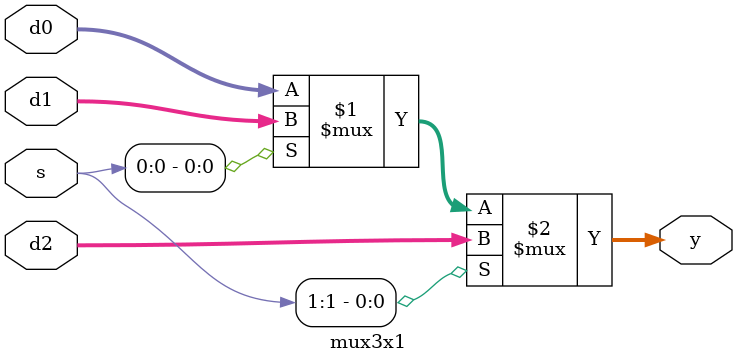
<source format=v>


module mux3x1(input [31:0] d0, d1, d2,input [1:0]s,output [31:0] y);
     	
		assign y = s[1] ? d2 : (s[0] ? d1 : d0);
endmodule

</source>
